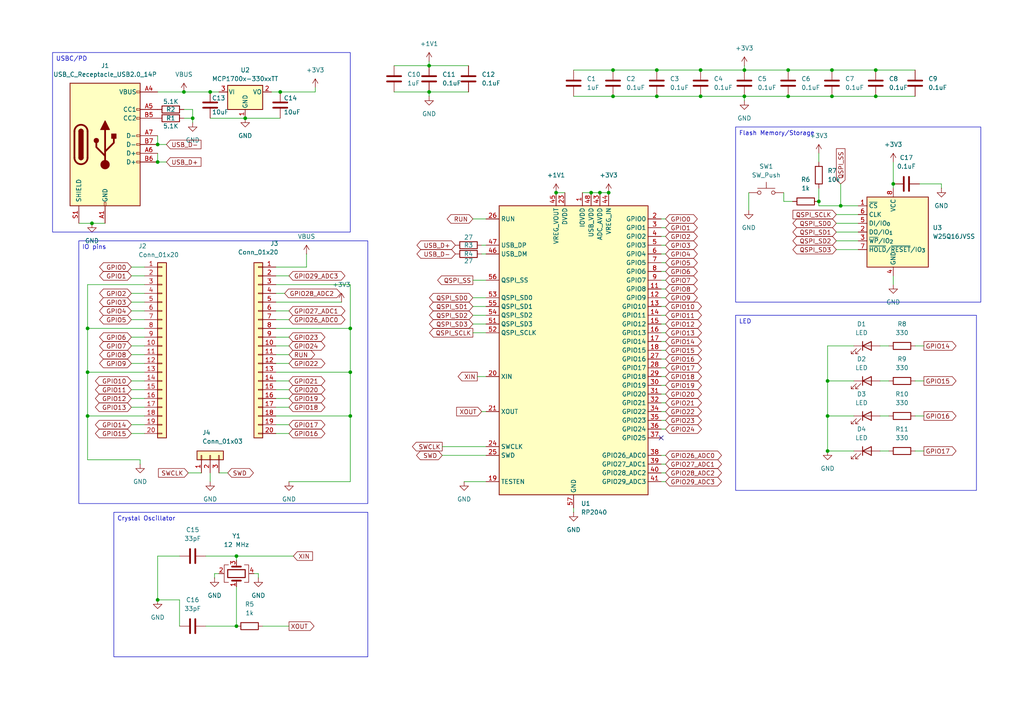
<source format=kicad_sch>
(kicad_sch (version 20250114) (generator "eeschema") (generator_version "9.0")
  (paper "A4")
  (text_box "IO pins\n" (at 22.86 69.85 0) (size 83.82 76.2) (margins 0.9525 0.9525 0.9525 0.9525) (effects (font (size 1.27 1.27)) (justify left top)))
  (text_box "Flash Memory/Storage" (at 213.36 36.83 0) (size 71.12 50.8) (margins 0.9525 0.9525 0.9525 0.9525) (effects (font (size 1.27 1.27)) (justify left top)))
  (text_box "Crystal Oscillator" (at 33.02 148.59 0) (size 73.66 41.91) (margins 0.9525 0.9525 0.9525 0.9525) (effects (font (size 1.27 1.27)) (justify left top)))
  (text_box "USBC/PD\n" (at 15.24 15.24 0) (size 86.36 52.07) (margins 0.9525 0.9525 0.9525 0.9525) (effects (font (size 1.27 1.27)) (justify left top)))
  (text_box "LED\n" (at 213.36 91.44 0) (size 69.85 50.8) (margins 0.9525 0.9525 0.9525 0.9525) (effects (font (size 1.27 1.27)) (justify left top)))
  (junction (at 124.46 26.67))
  (junction (at 45.72 41.91))
  (junction (at 101.6 107.95))
  (junction (at 26.67 64.77))
  (junction (at 25.4 120.65))
  (junction (at 259.08 53.34))
  (junction (at 215.9 20.32))
  (junction (at 254 20.32))
  (junction (at 228.6 27.94))
  (junction (at 101.6 95.25))
  (junction (at 68.58 161.29))
  (junction (at 45.72 173.99))
  (junction (at 190.5 27.94))
  (junction (at 228.6 20.32))
  (junction (at 240.03 120.65))
  (junction (at 190.5 20.32))
  (junction (at 240.03 110.49))
  (junction (at 215.9 27.94))
  (junction (at 101.6 120.65))
  (junction (at 177.8 27.94))
  (junction (at 53.34 26.67))
  (junction (at 173.99 55.88))
  (junction (at 45.72 46.99))
  (junction (at 55.88 34.29))
  (junction (at 240.03 130.81))
  (junction (at 203.2 20.32))
  (junction (at 241.3 20.32))
  (junction (at 241.3 27.94))
  (junction (at 81.28 26.67))
  (junction (at 254 27.94))
  (junction (at 25.4 95.25))
  (junction (at 124.46 19.05))
  (junction (at 68.58 181.61))
  (junction (at 171.45 55.88))
  (junction (at 60.96 26.67))
  (junction (at 237.49 58.42))
  (junction (at 71.12 34.29))
  (junction (at 25.4 107.95))
  (junction (at 243.84 59.69))
  (junction (at 177.8 20.32))
  (junction (at 203.2 27.94))
  (junction (at 161.29 55.88))
  (junction (at 176.53 55.88))
  (no_connect (at 191.77 127))
  (wire (pts (xy 255.27 110.49) (xy 257.81 110.49)))
  (wire (pts (xy 191.77 91.44) (xy 193.04 91.44)))
  (wire (pts (xy 38.1 80.01) (xy 41.91 80.01)))
  (wire (pts (xy 173.99 55.88) (xy 176.53 55.88)))
  (wire (pts (xy 38.1 123.19) (xy 41.91 123.19)))
  (wire (pts (xy 254 20.32) (xy 265.43 20.32)))
  (wire (pts (xy 73.66 166.37) (xy 74.93 166.37)))
  (wire (pts (xy 243.84 53.34) (xy 243.84 59.69)))
  (wire (pts (xy 81.28 26.67) (xy 91.44 26.67)))
  (wire (pts (xy 134.62 139.7) (xy 140.97 139.7)))
  (wire (pts (xy 22.86 64.77) (xy 26.67 64.77)))
  (wire (pts (xy 124.46 26.67) (xy 135.89 26.67)))
  (wire (pts (xy 137.16 91.44) (xy 140.97 91.44)))
  (wire (pts (xy 137.16 88.9) (xy 140.97 88.9)))
  (wire (pts (xy 45.72 44.45) (xy 45.72 46.99)))
  (wire (pts (xy 63.5 137.16) (xy 66.04 137.16)))
  (wire (pts (xy 78.74 26.67) (xy 81.28 26.67)))
  (wire (pts (xy 80.01 82.55) (xy 101.6 82.55)))
  (wire (pts (xy 40.64 133.35) (xy 40.64 134.62)))
  (wire (pts (xy 215.9 27.94) (xy 228.6 27.94)))
  (wire (pts (xy 63.5 166.37) (xy 62.23 166.37)))
  (wire (pts (xy 242.57 69.85) (xy 248.92 69.85)))
  (wire (pts (xy 254 27.94) (xy 265.43 27.94)))
  (wire (pts (xy 38.1 105.41) (xy 41.91 105.41)))
  (wire (pts (xy 191.77 104.14) (xy 193.04 104.14)))
  (wire (pts (xy 26.67 64.77) (xy 30.48 64.77)))
  (wire (pts (xy 45.72 39.37) (xy 45.72 41.91)))
  (wire (pts (xy 190.5 20.32) (xy 203.2 20.32)))
  (wire (pts (xy 137.16 93.98) (xy 140.97 93.98)))
  (wire (pts (xy 52.07 161.29) (xy 45.72 161.29)))
  (wire (pts (xy 166.37 20.32) (xy 177.8 20.32)))
  (wire (pts (xy 191.77 119.38) (xy 193.04 119.38)))
  (wire (pts (xy 101.6 107.95) (xy 101.6 120.65)))
  (wire (pts (xy 240.03 110.49) (xy 247.65 110.49)))
  (wire (pts (xy 240.03 100.33) (xy 240.03 110.49)))
  (wire (pts (xy 191.77 121.92) (xy 193.04 121.92)))
  (wire (pts (xy 139.7 119.38) (xy 140.97 119.38)))
  (wire (pts (xy 80.01 95.25) (xy 101.6 95.25)))
  (wire (pts (xy 191.77 137.16) (xy 193.04 137.16)))
  (wire (pts (xy 55.88 34.29) (xy 55.88 35.56)))
  (wire (pts (xy 60.96 26.67) (xy 63.5 26.67)))
  (wire (pts (xy 137.16 96.52) (xy 140.97 96.52)))
  (wire (pts (xy 139.7 73.66) (xy 140.97 73.66)))
  (wire (pts (xy 265.43 110.49) (xy 267.97 110.49)))
  (wire (pts (xy 228.6 27.94) (xy 241.3 27.94)))
  (wire (pts (xy 68.58 161.29) (xy 85.09 161.29)))
  (wire (pts (xy 25.4 82.55) (xy 25.4 95.25)))
  (wire (pts (xy 80.01 77.47) (xy 88.9 77.47)))
  (wire (pts (xy 80.01 110.49) (xy 83.82 110.49)))
  (wire (pts (xy 80.01 90.17) (xy 83.82 90.17)))
  (wire (pts (xy 80.01 115.57) (xy 83.82 115.57)))
  (wire (pts (xy 139.7 71.12) (xy 140.97 71.12)))
  (wire (pts (xy 138.43 109.22) (xy 140.97 109.22)))
  (wire (pts (xy 124.46 26.67) (xy 124.46 27.94)))
  (wire (pts (xy 171.45 55.88) (xy 173.99 55.88)))
  (wire (pts (xy 242.57 67.31) (xy 248.92 67.31)))
  (wire (pts (xy 45.72 46.99) (xy 48.26 46.99)))
  (wire (pts (xy 38.1 90.17) (xy 41.91 90.17)))
  (wire (pts (xy 191.77 63.5) (xy 193.04 63.5)))
  (wire (pts (xy 191.77 106.68) (xy 193.04 106.68)))
  (wire (pts (xy 191.77 68.58) (xy 193.04 68.58)))
  (wire (pts (xy 41.91 120.65) (xy 25.4 120.65)))
  (wire (pts (xy 203.2 27.94) (xy 215.9 27.94)))
  (wire (pts (xy 25.4 133.35) (xy 40.64 133.35)))
  (wire (pts (xy 60.96 34.29) (xy 71.12 34.29)))
  (wire (pts (xy 128.27 132.08) (xy 140.97 132.08)))
  (wire (pts (xy 60.96 137.16) (xy 60.96 139.7)))
  (wire (pts (xy 54.61 137.16) (xy 58.42 137.16)))
  (wire (pts (xy 53.34 31.75) (xy 55.88 31.75)))
  (wire (pts (xy 59.69 161.29) (xy 68.58 161.29)))
  (wire (pts (xy 243.84 59.69) (xy 248.92 59.69)))
  (wire (pts (xy 59.69 181.61) (xy 68.58 181.61)))
  (wire (pts (xy 240.03 120.65) (xy 247.65 120.65)))
  (wire (pts (xy 101.6 82.55) (xy 101.6 95.25)))
  (wire (pts (xy 101.6 139.7) (xy 83.82 139.7)))
  (wire (pts (xy 177.8 20.32) (xy 190.5 20.32)))
  (wire (pts (xy 191.77 73.66) (xy 193.04 73.66)))
  (wire (pts (xy 41.91 107.95) (xy 25.4 107.95)))
  (wire (pts (xy 259.08 82.55) (xy 259.08 80.01)))
  (wire (pts (xy 242.57 72.39) (xy 248.92 72.39)))
  (wire (pts (xy 265.43 120.65) (xy 267.97 120.65)))
  (wire (pts (xy 191.77 81.28) (xy 193.04 81.28)))
  (wire (pts (xy 52.07 173.99) (xy 45.72 173.99)))
  (wire (pts (xy 237.49 44.45) (xy 237.49 46.99)))
  (wire (pts (xy 203.2 20.32) (xy 215.9 20.32)))
  (wire (pts (xy 114.3 26.67) (xy 124.46 26.67)))
  (wire (pts (xy 38.1 97.79) (xy 41.91 97.79)))
  (wire (pts (xy 38.1 92.71) (xy 41.91 92.71)))
  (wire (pts (xy 53.34 34.29) (xy 55.88 34.29)))
  (wire (pts (xy 41.91 82.55) (xy 25.4 82.55)))
  (wire (pts (xy 101.6 120.65) (xy 101.6 139.7)))
  (wire (pts (xy 80.01 105.41) (xy 83.82 105.41)))
  (wire (pts (xy 137.16 81.28) (xy 140.97 81.28)))
  (wire (pts (xy 80.01 113.03) (xy 83.82 113.03)))
  (wire (pts (xy 190.5 27.94) (xy 203.2 27.94)))
  (wire (pts (xy 80.01 100.33) (xy 83.82 100.33)))
  (wire (pts (xy 80.01 120.65) (xy 101.6 120.65)))
  (wire (pts (xy 45.72 26.67) (xy 53.34 26.67)))
  (wire (pts (xy 38.1 85.09) (xy 41.91 85.09)))
  (wire (pts (xy 38.1 102.87) (xy 41.91 102.87)))
  (wire (pts (xy 259.08 53.34) (xy 259.08 54.61)))
  (wire (pts (xy 91.44 25.4) (xy 91.44 26.67)))
  (wire (pts (xy 177.8 27.94) (xy 190.5 27.94)))
  (wire (pts (xy 80.01 92.71) (xy 83.82 92.71)))
  (wire (pts (xy 68.58 162.56) (xy 68.58 161.29)))
  (wire (pts (xy 45.72 161.29) (xy 45.72 173.99)))
  (wire (pts (xy 25.4 95.25) (xy 25.4 107.95)))
  (wire (pts (xy 38.1 115.57) (xy 41.91 115.57)))
  (wire (pts (xy 80.01 107.95) (xy 101.6 107.95)))
  (wire (pts (xy 41.91 95.25) (xy 25.4 95.25)))
  (wire (pts (xy 55.88 31.75) (xy 55.88 34.29)))
  (wire (pts (xy 128.27 129.54) (xy 140.97 129.54)))
  (wire (pts (xy 255.27 100.33) (xy 257.81 100.33)))
  (wire (pts (xy 255.27 130.81) (xy 257.81 130.81)))
  (wire (pts (xy 191.77 116.84) (xy 193.04 116.84)))
  (wire (pts (xy 80.01 97.79) (xy 83.82 97.79)))
  (wire (pts (xy 242.57 64.77) (xy 248.92 64.77)))
  (wire (pts (xy 191.77 71.12) (xy 193.04 71.12)))
  (wire (pts (xy 191.77 99.06) (xy 193.04 99.06)))
  (wire (pts (xy 38.1 77.47) (xy 41.91 77.47)))
  (wire (pts (xy 80.01 102.87) (xy 83.82 102.87)))
  (wire (pts (xy 80.01 125.73) (xy 83.82 125.73)))
  (wire (pts (xy 137.16 86.36) (xy 140.97 86.36)))
  (wire (pts (xy 255.27 120.65) (xy 257.81 120.65)))
  (wire (pts (xy 101.6 95.25) (xy 101.6 107.95)))
  (wire (pts (xy 88.9 77.47) (xy 88.9 73.66)))
  (wire (pts (xy 191.77 83.82) (xy 193.04 83.82)))
  (wire (pts (xy 191.77 66.04) (xy 193.04 66.04)))
  (wire (pts (xy 74.93 166.37) (xy 74.93 167.64)))
  (wire (pts (xy 71.12 34.29) (xy 81.28 34.29)))
  (wire (pts (xy 124.46 19.05) (xy 135.89 19.05)))
  (wire (pts (xy 124.46 17.78) (xy 124.46 19.05)))
  (wire (pts (xy 80.01 123.19) (xy 83.82 123.19)))
  (wire (pts (xy 191.77 132.08) (xy 193.04 132.08)))
  (wire (pts (xy 240.03 130.81) (xy 247.65 130.81)))
  (wire (pts (xy 168.91 55.88) (xy 171.45 55.88)))
  (wire (pts (xy 191.77 78.74) (xy 193.04 78.74)))
  (wire (pts (xy 53.34 26.67) (xy 60.96 26.67)))
  (wire (pts (xy 80.01 87.63) (xy 99.06 87.63)))
  (wire (pts (xy 228.6 20.32) (xy 241.3 20.32)))
  (wire (pts (xy 242.57 62.23) (xy 248.92 62.23)))
  (wire (pts (xy 191.77 134.62) (xy 193.04 134.62)))
  (wire (pts (xy 259.08 46.99) (xy 259.08 53.34)))
  (wire (pts (xy 191.77 76.2) (xy 193.04 76.2)))
  (wire (pts (xy 161.29 55.88) (xy 163.83 55.88)))
  (wire (pts (xy 237.49 59.69) (xy 237.49 58.42)))
  (wire (pts (xy 243.84 59.69) (xy 237.49 59.69)))
  (wire (pts (xy 137.16 63.5) (xy 140.97 63.5)))
  (wire (pts (xy 191.77 88.9) (xy 193.04 88.9)))
  (wire (pts (xy 62.23 166.37) (xy 62.23 167.64)))
  (wire (pts (xy 265.43 100.33) (xy 267.97 100.33)))
  (wire (pts (xy 215.9 27.94) (xy 215.9 29.21)))
  (wire (pts (xy 191.77 96.52) (xy 193.04 96.52)))
  (wire (pts (xy 240.03 110.49) (xy 240.03 120.65)))
  (wire (pts (xy 80.01 85.09) (xy 82.55 85.09)))
  (wire (pts (xy 80.01 80.01) (xy 83.82 80.01)))
  (wire (pts (xy 191.77 124.46) (xy 193.04 124.46)))
  (wire (pts (xy 191.77 114.3) (xy 193.04 114.3)))
  (wire (pts (xy 166.37 27.94) (xy 177.8 27.94)))
  (wire (pts (xy 80.01 118.11) (xy 83.82 118.11)))
  (wire (pts (xy 38.1 87.63) (xy 41.91 87.63)))
  (wire (pts (xy 217.17 55.88) (xy 217.17 60.96)))
  (wire (pts (xy 191.77 111.76) (xy 193.04 111.76)))
  (wire (pts (xy 191.77 139.7) (xy 193.04 139.7)))
  (wire (pts (xy 38.1 113.03) (xy 41.91 113.03)))
  (wire (pts (xy 191.77 93.98) (xy 193.04 93.98)))
  (wire (pts (xy 227.33 58.42) (xy 227.33 55.88)))
  (wire (pts (xy 45.72 41.91) (xy 48.26 41.91)))
  (wire (pts (xy 247.65 100.33) (xy 240.03 100.33)))
  (wire (pts (xy 241.3 20.32) (xy 254 20.32)))
  (wire (pts (xy 38.1 125.73) (xy 41.91 125.73)))
  (wire (pts (xy 240.03 120.65) (xy 240.03 130.81)))
  (wire (pts (xy 273.05 54.61) (xy 273.05 53.34)))
  (wire (pts (xy 229.87 58.42) (xy 227.33 58.42)))
  (wire (pts (xy 25.4 107.95) (xy 25.4 120.65)))
  (wire (pts (xy 68.58 181.61) (xy 68.58 170.18)))
  (wire (pts (xy 265.43 130.81) (xy 267.97 130.81)))
  (wire (pts (xy 191.77 101.6) (xy 193.04 101.6)))
  (wire (pts (xy 166.37 147.32) (xy 166.37 148.59)))
  (wire (pts (xy 38.1 110.49) (xy 41.91 110.49)))
  (wire (pts (xy 52.07 181.61) (xy 52.07 173.99)))
  (wire (pts (xy 38.1 100.33) (xy 41.91 100.33)))
  (wire (pts (xy 215.9 20.32) (xy 228.6 20.32)))
  (wire (pts (xy 215.9 19.05) (xy 215.9 20.32)))
  (wire (pts (xy 38.1 118.11) (xy 41.91 118.11)))
  (wire (pts (xy 273.05 53.34) (xy 266.7 53.34)))
  (wire (pts (xy 191.77 86.36) (xy 193.04 86.36)))
  (wire (pts (xy 237.49 54.61) (xy 237.49 58.42)))
  (wire (pts (xy 241.3 27.94) (xy 254 27.94)))
  (wire (pts (xy 25.4 120.65) (xy 25.4 133.35)))
  (wire (pts (xy 191.77 109.22) (xy 193.04 109.22)))
  (wire (pts (xy 76.2 181.61) (xy 83.82 181.61)))
  (wire (pts (xy 114.3 19.05) (xy 124.46 19.05)))
  (global_label "GPIO11" (shape bidirectional) (at 38.1 113.03 180) (property "Intersheetrefs" "${INTERSHEET_REFS}" (effects (hide yes))))
  (global_label "SWCLK" (shape input) (at 54.61 137.16 180) (property "Intersheetrefs" "${INTERSHEET_REFS}" (effects (hide yes))))
  (global_label "QSPI_SD0" (shape bidirectional) (at 242.57 64.77 180) (property "Intersheetrefs" "${INTERSHEET_REFS}" (effects (hide yes))))
  (global_label "GPIO29_ADC3" (shape bidirectional) (at 83.82 80.01 0) (property "Intersheetrefs" "${INTERSHEET_REFS}" (effects (hide yes))))
  (global_label "GPIO22" (shape bidirectional) (at 83.82 105.41 0) (property "Intersheetrefs" "${INTERSHEET_REFS}" (effects (hide yes))))
  (global_label "GPIO1" (shape bidirectional) (at 193.04 66.04 0) (property "Intersheetrefs" "${INTERSHEET_REFS}" (effects (hide yes))))
  (global_label "GPIO0" (shape bidirectional) (at 38.1 77.47 180) (property "Intersheetrefs" "${INTERSHEET_REFS}" (effects (hide yes))))
  (global_label "GPIO7" (shape bidirectional) (at 38.1 100.33 180) (property "Intersheetrefs" "${INTERSHEET_REFS}" (effects (hide yes))))
  (global_label "QSPI_SCLK" (shape input) (at 242.57 62.23 180) (property "Intersheetrefs" "${INTERSHEET_REFS}" (effects (hide yes))))
  (global_label "QSPI_SD2" (shape bidirectional) (at 242.57 69.85 180) (property "Intersheetrefs" "${INTERSHEET_REFS}" (effects (hide yes))))
  (global_label "GPIO20" (shape bidirectional) (at 193.04 114.3 0) (property "Intersheetrefs" "${INTERSHEET_REFS}" (effects (hide yes))))
  (global_label "QSPI_SD0" (shape bidirectional) (at 137.16 86.36 180) (property "Intersheetrefs" "${INTERSHEET_REFS}" (effects (hide yes))))
  (global_label "GPIO14" (shape output) (at 267.97 100.33 0) (property "Intersheetrefs" "${INTERSHEET_REFS}" (effects (hide yes))))
  (global_label "GPIO13" (shape bidirectional) (at 38.1 118.11 180) (property "Intersheetrefs" "${INTERSHEET_REFS}" (effects (hide yes))))
  (global_label "GPIO15" (shape bidirectional) (at 38.1 125.73 180) (property "Intersheetrefs" "${INTERSHEET_REFS}" (effects (hide yes))))
  (global_label "GPIO28_ADC2" (shape bidirectional) (at 193.04 137.16 0) (property "Intersheetrefs" "${INTERSHEET_REFS}" (effects (hide yes))))
  (global_label "GPIO3" (shape bidirectional) (at 193.04 71.12 0) (property "Intersheetrefs" "${INTERSHEET_REFS}" (effects (hide yes))))
  (global_label "GPIO22" (shape bidirectional) (at 193.04 119.38 0) (property "Intersheetrefs" "${INTERSHEET_REFS}" (effects (hide yes))))
  (global_label "GPIO23" (shape bidirectional) (at 83.82 97.79 0) (property "Intersheetrefs" "${INTERSHEET_REFS}" (effects (hide yes))))
  (global_label "GPIO12" (shape bidirectional) (at 38.1 115.57 180) (property "Intersheetrefs" "${INTERSHEET_REFS}" (effects (hide yes))))
  (global_label "GPIO0" (shape bidirectional) (at 193.04 63.5 0) (property "Intersheetrefs" "${INTERSHEET_REFS}" (effects (hide yes))))
  (global_label "XIN" (shape output) (at 138.43 109.22 180) (property "Intersheetrefs" "${INTERSHEET_REFS}" (effects (hide yes))))
  (global_label "GPIO24" (shape bidirectional) (at 193.04 124.46 0) (property "Intersheetrefs" "${INTERSHEET_REFS}" (effects (hide yes))))
  (global_label "GPIO10" (shape bidirectional) (at 193.04 88.9 0) (property "Intersheetrefs" "${INTERSHEET_REFS}" (effects (hide yes))))
  (global_label "GPIO21" (shape bidirectional) (at 83.82 110.49 0) (property "Intersheetrefs" "${INTERSHEET_REFS}" (effects (hide yes))))
  (global_label "SWD" (shape bidirectional) (at 66.04 137.16 0) (property "Intersheetrefs" "${INTERSHEET_REFS}" (effects (hide yes))))
  (global_label "GPIO14" (shape bidirectional) (at 38.1 123.19 180) (property "Intersheetrefs" "${INTERSHEET_REFS}" (effects (hide yes))))
  (global_label "GPIO26_ADC0" (shape bidirectional) (at 83.82 92.71 0) (property "Intersheetrefs" "${INTERSHEET_REFS}" (effects (hide yes))))
  (global_label "GPIO16" (shape bidirectional) (at 193.04 104.14 0) (property "Intersheetrefs" "${INTERSHEET_REFS}" (effects (hide yes))))
  (global_label "GPIO6" (shape bidirectional) (at 38.1 97.79 180) (property "Intersheetrefs" "${INTERSHEET_REFS}" (effects (hide yes))))
  (global_label "GPIO3" (shape bidirectional) (at 38.1 87.63 180) (property "Intersheetrefs" "${INTERSHEET_REFS}" (effects (hide yes))))
  (global_label "GPIO9" (shape bidirectional) (at 38.1 105.41 180) (property "Intersheetrefs" "${INTERSHEET_REFS}" (effects (hide yes))))
  (global_label "GPIO2" (shape bidirectional) (at 38.1 85.09 180) (property "Intersheetrefs" "${INTERSHEET_REFS}" (effects (hide yes))))
  (global_label "GPIO15" (shape bidirectional) (at 193.04 101.6 0) (property "Intersheetrefs" "${INTERSHEET_REFS}" (effects (hide yes))))
  (global_label "GPIO1" (shape bidirectional) (at 38.1 80.01 180) (property "Intersheetrefs" "${INTERSHEET_REFS}" (effects (hide yes))))
  (global_label "GPIO15" (shape output) (at 267.97 110.49 0) (property "Intersheetrefs" "${INTERSHEET_REFS}" (effects (hide yes))))
  (global_label "QSPI_SCLK" (shape output) (at 137.16 96.52 180) (property "Intersheetrefs" "${INTERSHEET_REFS}" (effects (hide yes))))
  (global_label "GPIO12" (shape bidirectional) (at 193.04 93.98 0) (property "Intersheetrefs" "${INTERSHEET_REFS}" (effects (hide yes))))
  (global_label "GPIO9" (shape bidirectional) (at 193.04 86.36 0) (property "Intersheetrefs" "${INTERSHEET_REFS}" (effects (hide yes))))
  (global_label "GPIO6" (shape bidirectional) (at 193.04 78.74 0) (property "Intersheetrefs" "${INTERSHEET_REFS}" (effects (hide yes))))
  (global_label "GPIO24" (shape bidirectional) (at 83.82 100.33 0) (property "Intersheetrefs" "${INTERSHEET_REFS}" (effects (hide yes))))
  (global_label "XOUT" (shape input) (at 139.7 119.38 180) (property "Intersheetrefs" "${INTERSHEET_REFS}" (effects (hide yes))))
  (global_label "GPIO17" (shape bidirectional) (at 193.04 106.68 0) (property "Intersheetrefs" "${INTERSHEET_REFS}" (effects (hide yes))))
  (global_label "GPIO16" (shape output) (at 267.97 120.65 0) (property "Intersheetrefs" "${INTERSHEET_REFS}" (effects (hide yes))))
  (global_label "GPIO19" (shape bidirectional) (at 83.82 115.57 0) (property "Intersheetrefs" "${INTERSHEET_REFS}" (effects (hide yes))))
  (global_label "GPIO11" (shape bidirectional) (at 193.04 91.44 0) (property "Intersheetrefs" "${INTERSHEET_REFS}" (effects (hide yes))))
  (global_label "GPIO4" (shape bidirectional) (at 38.1 90.17 180) (property "Intersheetrefs" "${INTERSHEET_REFS}" (effects (hide yes))))
  (global_label "GPIO10" (shape bidirectional) (at 38.1 110.49 180) (property "Intersheetrefs" "${INTERSHEET_REFS}" (effects (hide yes))))
  (global_label "QSPI_SD3" (shape bidirectional) (at 137.16 93.98 180) (property "Intersheetrefs" "${INTERSHEET_REFS}" (effects (hide yes))))
  (global_label "GPIO18" (shape bidirectional) (at 193.04 109.22 0) (property "Intersheetrefs" "${INTERSHEET_REFS}" (effects (hide yes))))
  (global_label "GPIO5" (shape bidirectional) (at 38.1 92.71 180) (property "Intersheetrefs" "${INTERSHEET_REFS}" (effects (hide yes))))
  (global_label "GPIO19" (shape bidirectional) (at 193.04 111.76 0) (property "Intersheetrefs" "${INTERSHEET_REFS}" (effects (hide yes))))
  (global_label "GPIO13" (shape bidirectional) (at 193.04 96.52 0) (property "Intersheetrefs" "${INTERSHEET_REFS}" (effects (hide yes))))
  (global_label "GPIO23" (shape bidirectional) (at 193.04 121.92 0) (property "Intersheetrefs" "${INTERSHEET_REFS}" (effects (hide yes))))
  (global_label "RUN" (shape bidirectional) (at 83.82 102.87 0) (property "Intersheetrefs" "${INTERSHEET_REFS}" (effects (hide yes))))
  (global_label "GPIO27_ADC1" (shape bidirectional) (at 83.82 90.17 0) (property "Intersheetrefs" "${INTERSHEET_REFS}" (effects (hide yes))))
  (global_label "SWCLK" (shape output) (at 128.27 129.54 180) (property "Intersheetrefs" "${INTERSHEET_REFS}" (effects (hide yes))))
  (global_label "GPIO16" (shape bidirectional) (at 83.82 125.73 0) (property "Intersheetrefs" "${INTERSHEET_REFS}" (effects (hide yes))))
  (global_label "GPIO18" (shape bidirectional) (at 83.82 118.11 0) (property "Intersheetrefs" "${INTERSHEET_REFS}" (effects (hide yes))))
  (global_label "USB_D+" (shape input) (at 48.26 46.99 0) (property "Intersheetrefs" "${INTERSHEET_REFS}" (effects (hide yes))))
  (global_label "GPIO20" (shape bidirectional) (at 83.82 113.03 0) (property "Intersheetrefs" "${INTERSHEET_REFS}" (effects (hide yes))))
  (global_label "QSPI_SS" (shape input) (at 243.84 53.34 90) (property "Intersheetrefs" "${INTERSHEET_REFS}" (effects (hide yes))))
  (global_label "GPIO14" (shape bidirectional) (at 193.04 99.06 0) (property "Intersheetrefs" "${INTERSHEET_REFS}" (effects (hide yes))))
  (global_label "XOUT" (shape output) (at 83.82 181.61 0) (property "Intersheetrefs" "${INTERSHEET_REFS}" (effects (hide yes))))
  (global_label "GPIO28_ADC2" (shape bidirectional) (at 82.55 85.09 0) (property "Intersheetrefs" "${INTERSHEET_REFS}" (effects (hide yes))))
  (global_label "SWD" (shape bidirectional) (at 128.27 132.08 180) (property "Intersheetrefs" "${INTERSHEET_REFS}" (effects (hide yes))))
  (global_label "QSPI_SD1" (shape bidirectional) (at 137.16 88.9 180) (property "Intersheetrefs" "${INTERSHEET_REFS}" (effects (hide yes))))
  (global_label "GPIO21" (shape bidirectional) (at 193.04 116.84 0) (property "Intersheetrefs" "${INTERSHEET_REFS}" (effects (hide yes))))
  (global_label "GPIO4" (shape bidirectional) (at 193.04 73.66 0) (property "Intersheetrefs" "${INTERSHEET_REFS}" (effects (hide yes))))
  (global_label "GPIO8" (shape bidirectional) (at 193.04 83.82 0) (property "Intersheetrefs" "${INTERSHEET_REFS}" (effects (hide yes))))
  (global_label "GPIO17" (shape bidirectional) (at 83.82 123.19 0) (property "Intersheetrefs" "${INTERSHEET_REFS}" (effects (hide yes))))
  (global_label "USB_D-" (shape input) (at 48.26 41.91 0) (property "Intersheetrefs" "${INTERSHEET_REFS}" (effects (hide yes))))
  (global_label "USB_D-" (shape bidirectional) (at 132.08 73.66 180) (property "Intersheetrefs" "${INTERSHEET_REFS}" (effects (hide yes))))
  (global_label "XIN" (shape input) (at 85.09 161.29 0) (property "Intersheetrefs" "${INTERSHEET_REFS}" (effects (hide yes))))
  (global_label "GPIO26_ADC0" (shape bidirectional) (at 193.04 132.08 0) (property "Intersheetrefs" "${INTERSHEET_REFS}" (effects (hide yes))))
  (global_label "GPIO17" (shape output) (at 267.97 130.81 0) (property "Intersheetrefs" "${INTERSHEET_REFS}" (effects (hide yes))))
  (global_label "GPIO7" (shape bidirectional) (at 193.04 81.28 0) (property "Intersheetrefs" "${INTERSHEET_REFS}" (effects (hide yes))))
  (global_label "QSPI_SD1" (shape bidirectional) (at 242.57 67.31 180) (property "Intersheetrefs" "${INTERSHEET_REFS}" (effects (hide yes))))
  (global_label "GPIO5" (shape bidirectional) (at 193.04 76.2 0) (property "Intersheetrefs" "${INTERSHEET_REFS}" (effects (hide yes))))
  (global_label "RUN" (shape bidirectional) (at 137.16 63.5 180) (property "Intersheetrefs" "${INTERSHEET_REFS}" (effects (hide yes))))
  (global_label "QSPI_SS" (shape output) (at 137.16 81.28 180) (property "Intersheetrefs" "${INTERSHEET_REFS}" (effects (hide yes))))
  (global_label "QSPI_SD2" (shape bidirectional) (at 137.16 91.44 180) (property "Intersheetrefs" "${INTERSHEET_REFS}" (effects (hide yes))))
  (global_label "GPIO27_ADC1" (shape bidirectional) (at 193.04 134.62 0) (property "Intersheetrefs" "${INTERSHEET_REFS}" (effects (hide yes))))
  (global_label "QSPI_SD3" (shape bidirectional) (at 242.57 72.39 180) (property "Intersheetrefs" "${INTERSHEET_REFS}" (effects (hide yes))))
  (global_label "GPIO2" (shape bidirectional) (at 193.04 68.58 0) (property "Intersheetrefs" "${INTERSHEET_REFS}" (effects (hide yes))))
  (global_label "USB_D+" (shape bidirectional) (at 132.08 71.12 180) (property "Intersheetrefs" "${INTERSHEET_REFS}" (effects (hide yes))))
  (global_label "GPIO29_ADC3" (shape bidirectional) (at 193.04 139.7 0) (property "Intersheetrefs" "${INTERSHEET_REFS}" (effects (hide yes))))
  (global_label "GPIO8" (shape bidirectional) (at 38.1 102.87 180) (property "Intersheetrefs" "${INTERSHEET_REFS}" (effects (hide yes))))
  (symbol (lib_id "power:GND") (at 71.12 34.29 0) (unit 1)
    (property "Reference" "#PWR010" (effects (hide yes)))
    (property "Value" "GND" (at 71.12 39.37 0))
    (property "Description" "Power symbol creates a global label with name \"GND\" , ground" (effects (hide yes)))
  )
  (symbol (lib_id "Device:R") (at 237.49 50.8 0) (unit 1)
    (property "Reference" "R7" (at 240.03 49.5299 0) (effects (justify left)))
    (property "Value" "10k" (at 240.03 52.0699 0) (effects (justify left)))
    (property "Footprint" "Resistor_SMD:R_0402_1005Metric" (effects (hide yes)))
    (property "Description" "Resistor" (effects (hide yes)))
  )
  (symbol (lib_id "power:GND") (at 124.46 27.94 0) (unit 1)
    (property "Reference" "#PWR05" (effects (hide yes)))
    (property "Value" "GND" (at 124.46 33.02 0))
    (property "Description" "Power symbol creates a global label with name \"GND\" , ground" (effects (hide yes)))
  )
  (symbol (lib_id "Device:R") (at 49.53 34.29 90) (unit 1)
    (property "Reference" "R1" (at 49.53 34.29 90))
    (property "Value" "5.1K" (at 49.53 36.576 90))
    (property "Footprint" "Resistor_SMD:R_0402_1005Metric" (effects (hide yes)))
    (property "Description" "Resistor" (effects (hide yes)))
  )
  (symbol (lib_id "Device:R") (at 261.62 100.33 90) (unit 1)
    (property "Reference" "R8" (at 261.62 93.98 90))
    (property "Value" "330" (at 261.62 96.52 90))
    (property "Footprint" "Resistor_SMD:R_0603_1608Metric" (effects (hide yes)))
    (property "Description" "Resistor" (effects (hide yes)))
  )
  (symbol (lib_id "Device:R") (at 135.89 71.12 270) (unit 1)
    (property "Reference" "R3" (at 135.89 71.12 90))
    (property "Value" "27" (at 135.89 68.834 90))
    (property "Footprint" "Resistor_SMD:R_0402_1005Metric" (effects (hide yes)))
    (property "Description" "Resistor" (effects (hide yes)))
  )
  (symbol (lib_id "Device:C") (at 55.88 181.61 90) (unit 1)
    (property "Reference" "C16" (at 55.88 173.99 90))
    (property "Value" "33pF" (at 55.88 176.53 90))
    (property "Footprint" "Capacitor_SMD:C_0402_1005Metric" (effects (hide yes)))
    (property "Description" "Unpolarized capacitor" (effects (hide yes)))
  )
  (symbol (lib_id "Device:C") (at 124.46 22.86 0) (unit 1)
    (property "Reference" "C11" (at 128.27 21.5899 0) (effects (justify left)))
    (property "Value" "0.1uF" (at 128.27 24.1299 0) (effects (justify left)))
    (property "Footprint" "Capacitor_SMD:C_0402_1005Metric" (effects (hide yes)))
    (property "Description" "Unpolarized capacitor" (effects (hide yes)))
  )
  (symbol (lib_id "power:GND") (at 217.17 60.96 0) (unit 1)
    (property "Reference" "#PWR020" (effects (hide yes)))
    (property "Value" "GND" (at 217.17 66.04 0))
    (property "Description" "Power symbol creates a global label with name \"GND\" , ground" (effects (hide yes)))
  )
  (symbol (lib_id "Device:C") (at 265.43 24.13 0) (unit 1)
    (property "Reference" "C9" (at 269.24 22.8599 0) (effects (justify left)))
    (property "Value" "0.1uF" (at 269.24 25.3999 0) (effects (justify left)))
    (property "Footprint" "Capacitor_SMD:C_0402_1005Metric" (effects (hide yes)))
    (property "Description" "Unpolarized capacitor" (effects (hide yes)))
  )
  (symbol (lib_id "power:GND") (at 259.08 82.55 0) (unit 1)
    (property "Reference" "#PWR016" (effects (hide yes)))
    (property "Value" "GND" (at 259.08 87.63 0))
    (property "Description" "Power symbol creates a global label with name \"GND\" , ground" (effects (hide yes)))
  )
  (symbol (lib_id "power:+3V3") (at 99.06 87.63 0) (unit 1)
    (property "Reference" "#PWR025" (effects (hide yes)))
    (property "Value" "+3V3" (at 99.06 82.55 0))
    (property "Description" "Power symbol creates a global label with name \"+3V3\"" (effects (hide yes)))
  )
  (symbol (lib_id "power:VBUS") (at 88.9 73.66 0) (unit 1)
    (property "Reference" "#PWR026" (effects (hide yes)))
    (property "Value" "VBUS" (at 88.9 68.58 0))
    (property "Description" "Power symbol creates a global label with name \"VBUS\"" (effects (hide yes)))
  )
  (symbol (lib_id "Memory_Flash:W25Q16JVSS") (at 259.08 67.31 0) (unit 1)
    (property "Reference" "U3" (at 270.51 66.0399 0) (effects (justify left)))
    (property "Value" "W25Q16JVSS" (at 270.51 68.5799 0) (effects (justify left)))
    (property "Footprint" "Package_SON:Winbond_USON-8-1EP_3x2mm_P0.5mm_EP0.2x1.6mm" (effects (hide yes)))
    (property "Datasheet" "https://www.winbond.com/hq/support/documentation/levelOne.jsp?__locale=en&DocNo=DA00-W25Q16JV.1" (effects (hide yes)))
    (property "Description" "16Mbit / 2MiB Serial Flash Memory, Standard/Dual/Quad SPI, 2.7-3.6V, SOIC-8 (208 mil)" (effects (hide yes)))
  )
  (symbol (lib_id "power:GND") (at 240.03 130.81 0) (unit 1)
    (property "Reference" "#PWR027" (effects (hide yes)))
    (property "Value" "GND" (at 240.03 135.89 0))
    (property "Description" "Power symbol creates a global label with name \"GND\" , ground" (effects (hide yes)))
  )
  (symbol (lib_id "power:+3V3") (at 91.44 25.4 0) (unit 1)
    (property "Reference" "#PWR011" (effects (hide yes)))
    (property "Value" "+3V3" (at 91.44 20.32 0))
    (property "Description" "Power symbol creates a global label with name \"+3V3\"" (effects (hide yes)))
  )
  (symbol (lib_id "Device:R") (at 72.39 181.61 90) (unit 1)
    (property "Reference" "R5" (at 72.39 175.26 90))
    (property "Value" "1k" (at 72.39 177.8 90))
    (property "Footprint" "Resistor_SMD:R_0402_1005Metric" (effects (hide yes)))
    (property "Description" "Resistor" (effects (hide yes)))
  )
  (symbol (lib_id "Device:R") (at 261.62 110.49 90) (unit 1)
    (property "Reference" "R9" (at 261.62 104.14 90))
    (property "Value" "330" (at 261.62 106.68 90))
    (property "Footprint" "Resistor_SMD:R_0603_1608Metric" (effects (hide yes)))
    (property "Description" "Resistor" (effects (hide yes)))
  )
  (symbol (lib_id "power:+3V3") (at 237.49 44.45 0) (unit 1)
    (property "Reference" "#PWR019" (effects (hide yes)))
    (property "Value" "+3V3" (at 237.49 39.37 0))
    (property "Description" "Power symbol creates a global label with name \"+3V3\"" (effects (hide yes)))
  )
  (symbol (lib_id "Device:C") (at 166.37 24.13 0) (unit 1)
    (property "Reference" "C1" (at 170.18 22.8599 0) (effects (justify left)))
    (property "Value" "1uF" (at 170.18 25.3999 0) (effects (justify left)))
    (property "Footprint" "Capacitor_SMD:C_0402_1005Metric" (effects (hide yes)))
    (property "Description" "Unpolarized capacitor" (effects (hide yes)))
  )
  (symbol (lib_id "Device:C") (at 203.2 24.13 0) (unit 1)
    (property "Reference" "C4" (at 207.01 22.8599 0) (effects (justify left)))
    (property "Value" "0.1uF" (at 207.01 25.3999 0) (effects (justify left)))
    (property "Footprint" "Capacitor_SMD:C_0402_1005Metric" (effects (hide yes)))
    (property "Description" "Unpolarized capacitor" (effects (hide yes)))
  )
  (symbol (lib_id "Device:Crystal_GND24") (at 68.58 166.37 90) (unit 1)
    (property "Reference" "Y1" (at 68.58 155.448 90))
    (property "Value" "12 MHz" (at 68.58 157.988 90))
    (property "Footprint" "Crystal:Crystal_SMD_3225-4Pin_3.2x2.5mm" (effects (hide yes)))
    (property "Description" "Four pin crystal, GND on pins 2 and 4" (effects (hide yes)))
  )
  (symbol (lib_id "Switch:SW_Push") (at 222.25 55.88 0) (unit 1)
    (property "Reference" "SW1" (at 222.25 48.26 0))
    (property "Value" "SW_Push" (at 222.25 50.8 0))
    (property "Footprint" "Button_Switch_SMD:SW_Push_SPST_NO_Alps_SKRK" (effects (hide yes)))
    (property "Description" "Push button switch, generic, two pins" (effects (hide yes)))
  )
  (symbol (lib_id "power:GND") (at 45.72 173.99 0) (unit 1)
    (property "Reference" "#PWR013" (effects (hide yes)))
    (property "Value" "GND" (at 45.72 179.07 0))
    (property "Description" "Power symbol creates a global label with name \"GND\" , ground" (effects (hide yes)))
  )
  (symbol (lib_id "power:GND") (at 26.67 64.77 0) (unit 1)
    (property "Reference" "#PWR08" (effects (hide yes)))
    (property "Value" "GND" (at 26.67 69.85 0))
    (property "Description" "Power symbol creates a global label with name \"GND\" , ground" (effects (hide yes)))
  )
  (symbol (lib_id "power:GND") (at 74.93 167.64 0) (unit 1)
    (property "Reference" "#PWR015" (effects (hide yes)))
    (property "Value" "GND" (at 74.93 172.72 0))
    (property "Description" "Power symbol creates a global label with name \"GND\" , ground" (effects (hide yes)))
  )
  (symbol (lib_id "power:GND") (at 273.05 54.61 0) (unit 1)
    (property "Reference" "#PWR018" (effects (hide yes)))
    (property "Value" "GND" (at 273.05 59.69 0))
    (property "Description" "Power symbol creates a global label with name \"GND\" , ground" (effects (hide yes)))
  )
  (symbol (lib_id "power:+3V3") (at 215.9 19.05 0) (unit 1)
    (property "Reference" "#PWR03" (effects (hide yes)))
    (property "Value" "+3V3" (at 215.9 13.97 0))
    (property "Description" "Power symbol creates a global label with name \"+3V3\"" (effects (hide yes)))
  )
  (symbol (lib_id "Device:C") (at 114.3 22.86 0) (unit 1)
    (property "Reference" "C10" (at 118.11 21.5899 0) (effects (justify left)))
    (property "Value" "1uF" (at 118.11 24.1299 0) (effects (justify left)))
    (property "Footprint" "Capacitor_SMD:C_0402_1005Metric" (effects (hide yes)))
    (property "Description" "Unpolarized capacitor" (effects (hide yes)))
  )
  (symbol (lib_id "Device:R") (at 261.62 120.65 90) (unit 1)
    (property "Reference" "R10" (at 261.62 114.3 90))
    (property "Value" "330" (at 261.62 116.84 90))
    (property "Footprint" "Resistor_SMD:R_0603_1608Metric" (effects (hide yes)))
    (property "Description" "Resistor" (effects (hide yes)))
  )
  (symbol (lib_id "Device:C") (at 81.28 30.48 0) (unit 1)
    (property "Reference" "C14" (at 82.296 28.448 0) (effects (justify left)))
    (property "Value" "10uF" (at 82.296 32.512 0) (effects (justify left)))
    (property "Footprint" "Capacitor_SMD:C_0603_1608Metric" (effects (hide yes)))
    (property "Description" "Unpolarized capacitor" (effects (hide yes)))
  )
  (symbol (lib_id "power:GND") (at 55.88 35.56 0) (unit 1)
    (property "Reference" "#PWR09" (effects (hide yes)))
    (property "Value" "GND" (at 55.88 40.64 0))
    (property "Description" "Power symbol creates a global label with name \"GND\" , ground" (effects (hide yes)))
  )
  (symbol (lib_id "Device:C") (at 241.3 24.13 0) (unit 1)
    (property "Reference" "C7" (at 245.11 22.8599 0) (effects (justify left)))
    (property "Value" "0.1uF" (at 245.11 25.3999 0) (effects (justify left)))
    (property "Footprint" "Capacitor_SMD:C_0402_1005Metric" (effects (hide yes)))
    (property "Description" "Unpolarized capacitor" (effects (hide yes)))
  )
  (symbol (lib_id "Regulator_Linear:MCP1700x-330xxTT") (at 71.12 26.67 0) (unit 1)
    (property "Reference" "U2" (at 71.12 20.32 0))
    (property "Value" "MCP1700x-330xxTT" (at 71.12 22.86 0))
    (property "Footprint" "Package_TO_SOT_SMD:SOT-23" (effects (hide yes)))
    (property "Datasheet" "http://ww1.microchip.com/downloads/en/DeviceDoc/20001826D.pdf" (effects (hide yes)))
    (property "Description" "250mA Low Quiscent Current LDO, 3.3V output, SOT-23" (effects (hide yes)))
  )
  (symbol (lib_id "Device:LED") (at 251.46 110.49 0) (unit 1)
    (property "Reference" "D2" (at 249.8725 104.14 0))
    (property "Value" "LED" (at 249.8725 106.68 0))
    (property "Footprint" "LED_SMD:LED_0603_1608Metric" (effects (hide yes)))
    (property "Description" "Light emitting diode" (effects (hide yes)))
    (property "Sim.Pins" "1=K 2=A" (effects (hide yes)))
  )
  (symbol (lib_id "Device:C") (at 60.96 30.48 0) (unit 1)
    (property "Reference" "C13" (at 61.468 28.448 0) (effects (justify left)))
    (property "Value" "10uF" (at 61.468 32.512 0) (effects (justify left)))
    (property "Footprint" "Capacitor_SMD:C_0603_1608Metric" (effects (hide yes)))
    (property "Description" "Unpolarized capacitor" (effects (hide yes)))
  )
  (symbol (lib_id "Device:R") (at 49.53 31.75 90) (unit 1)
    (property "Reference" "R2" (at 49.53 31.75 90))
    (property "Value" "5.1K" (at 49.53 29.464 90))
    (property "Footprint" "Resistor_SMD:R_0402_1005Metric" (effects (hide yes)))
    (property "Description" "Resistor" (effects (hide yes)))
  )
  (symbol (lib_id "power:+1V1") (at 124.46 17.78 0) (unit 1)
    (property "Reference" "#PWR06" (effects (hide yes)))
    (property "Value" "+1V1" (at 124.46 12.7 0))
    (property "Description" "Power symbol creates a global label with name \"+1V1\"" (effects (hide yes)))
  )
  (symbol (lib_id "Device:LED") (at 251.46 130.81 0) (unit 1)
    (property "Reference" "D4" (at 249.8725 124.46 0))
    (property "Value" "LED" (at 249.8725 127 0))
    (property "Footprint" "LED_SMD:LED_0603_1608Metric" (effects (hide yes)))
    (property "Description" "Light emitting diode" (effects (hide yes)))
    (property "Sim.Pins" "1=K 2=A" (effects (hide yes)))
  )
  (symbol (lib_id "power:GND") (at 83.82 139.7 0) (unit 1)
    (property "Reference" "#PWR023" (effects (hide yes)))
    (property "Value" "GND" (at 83.82 144.78 0))
    (property "Description" "Power symbol creates a global label with name \"GND\" , ground" (effects (hide yes)))
  )
  (symbol (lib_id "Device:R") (at 233.68 58.42 270) (unit 1)
    (property "Reference" "R6" (at 233.68 52.07 90))
    (property "Value" "1k" (at 233.68 54.61 90))
    (property "Footprint" "Resistor_SMD:R_0402_1005Metric" (effects (hide yes)))
    (property "Description" "Resistor" (effects (hide yes)))
  )
  (symbol (lib_id "power:GND") (at 40.64 134.62 0) (unit 1)
    (property "Reference" "#PWR024" (effects (hide yes)))
    (property "Value" "GND" (at 40.64 139.7 0))
    (property "Description" "Power symbol creates a global label with name \"GND\" , ground" (effects (hide yes)))
  )
  (symbol (lib_id "power:GND") (at 62.23 167.64 0) (unit 1)
    (property "Reference" "#PWR014" (effects (hide yes)))
    (property "Value" "GND" (at 62.23 172.72 0))
    (property "Description" "Power symbol creates a global label with name \"GND\" , ground" (effects (hide yes)))
  )
  (symbol (lib_id "Device:C") (at 190.5 24.13 0) (unit 1)
    (property "Reference" "C3" (at 194.31 22.8599 0) (effects (justify left)))
    (property "Value" "0.1uF" (at 194.31 25.3999 0) (effects (justify left)))
    (property "Footprint" "Capacitor_SMD:C_0402_1005Metric" (effects (hide yes)))
    (property "Description" "Unpolarized capacitor" (effects (hide yes)))
  )
  (symbol (lib_id "Connector_Generic:Conn_01x20") (at 46.99 100.33 0) (unit 1)
    (property "Reference" "J2" (at 40.132 71.374 0) (effects (justify left)))
    (property "Value" "Conn_01x20" (at 40.132 73.914 0) (effects (justify left)))
    (property "Footprint" "Connector_PinHeader_2.54mm:PinHeader_1x20_P2.54mm_Vertical" (effects (hide yes)))
    (property "Description" "Generic connector, single row, 01x20, script generated (kicad-library-utils/schlib/autogen/connector/)" (effects (hide yes)))
  )
  (symbol (lib_id "power:+3V3") (at 176.53 55.88 0) (unit 1)
    (property "Reference" "#PWR02" (effects (hide yes)))
    (property "Value" "+3V3" (at 176.53 50.8 0))
    (property "Description" "Power symbol creates a global label with name \"+3V3\"" (effects (hide yes)))
  )
  (symbol (lib_id "power:+3V3") (at 259.08 46.99 0) (unit 1)
    (property "Reference" "#PWR017" (effects (hide yes)))
    (property "Value" "+3V3" (at 259.08 41.91 0))
    (property "Description" "Power symbol creates a global label with name \"+3V3\"" (effects (hide yes)))
  )
  (symbol (lib_id "Device:C") (at 135.89 22.86 0) (unit 1)
    (property "Reference" "C12" (at 139.7 21.5899 0) (effects (justify left)))
    (property "Value" "0.1uF" (at 139.7 24.1299 0) (effects (justify left)))
    (property "Footprint" "Capacitor_SMD:C_0402_1005Metric" (effects (hide yes)))
    (property "Description" "Unpolarized capacitor" (effects (hide yes)))
  )
  (symbol (lib_id "Connector_Generic:Conn_01x03") (at 60.96 132.08 90) (unit 1)
    (property "Reference" "J4" (at 58.674 125.476 90) (effects (justify right)))
    (property "Value" "Conn_01x03" (at 58.674 128.016 90) (effects (justify right)))
    (property "Footprint" "Connector_PinHeader_2.54mm:PinHeader_1x03_P2.54mm_Vertical" (effects (hide yes)))
    (property "Description" "Generic connector, single row, 01x03, script generated (kicad-library-utils/schlib/autogen/connector/)" (effects (hide yes)))
  )
  (symbol (lib_id "Device:R") (at 135.89 73.66 270) (unit 1)
    (property "Reference" "R4" (at 135.89 73.66 90))
    (property "Value" "27" (at 135.89 75.692 90))
    (property "Footprint" "Resistor_SMD:R_0402_1005Metric" (effects (hide yes)))
    (property "Description" "Resistor" (effects (hide yes)))
  )
  (symbol (lib_id "Device:C") (at 215.9 24.13 0) (unit 1)
    (property "Reference" "C5" (at 219.71 22.8599 0) (effects (justify left)))
    (property "Value" "0.1uF" (at 219.71 25.3999 0) (effects (justify left)))
    (property "Footprint" "Capacitor_SMD:C_0402_1005Metric" (effects (hide yes)))
    (property "Description" "Unpolarized capacitor" (effects (hide yes)))
  )
  (symbol (lib_id "power:GND") (at 215.9 29.21 0) (unit 1)
    (property "Reference" "#PWR04" (effects (hide yes)))
    (property "Value" "GND" (at 215.9 34.29 0))
    (property "Description" "Power symbol creates a global label with name \"GND\" , ground" (effects (hide yes)))
  )
  (symbol (lib_id "Device:C") (at 254 24.13 0) (unit 1)
    (property "Reference" "C8" (at 257.81 22.8599 0) (effects (justify left)))
    (property "Value" "0.1uF" (at 257.81 25.3999 0) (effects (justify left)))
    (property "Footprint" "Capacitor_SMD:C_0402_1005Metric" (effects (hide yes)))
    (property "Description" "Unpolarized capacitor" (effects (hide yes)))
  )
  (symbol (lib_id "MCU_RaspberryPi:RP2040") (at 166.37 101.6 0) (unit 1)
    (property "Reference" "U1" (at 168.5133 146.05 0) (effects (justify left)))
    (property "Value" "RP2040" (at 168.5133 148.59 0) (effects (justify left)))
    (property "Footprint" "Package_DFN_QFN:QFN-56-1EP_7x7mm_P0.4mm_EP3.2x3.2mm" (effects (hide yes)))
    (property "Datasheet" "https://datasheets.raspberrypi.com/rp2040/rp2040-datasheet.pdf" (effects (hide yes)))
    (property "Description" "A microcontroller by Raspberry Pi" (effects (hide yes)))
  )
  (symbol (lib_id "power:VBUS") (at 53.34 26.67 0) (unit 1)
    (property "Reference" "#PWR012" (effects (hide yes)))
    (property "Value" "VBUS" (at 53.34 21.59 0))
    (property "Description" "Power symbol creates a global label with name \"VBUS\"" (effects (hide yes)))
  )
  (symbol (lib_id "Device:C") (at 177.8 24.13 0) (unit 1)
    (property "Reference" "C2" (at 181.61 22.8599 0) (effects (justify left)))
    (property "Value" "0.1uF" (at 181.61 25.3999 0) (effects (justify left)))
    (property "Footprint" "Capacitor_SMD:C_0402_1005Metric" (effects (hide yes)))
    (property "Description" "Unpolarized capacitor" (effects (hide yes)))
  )
  (symbol (lib_id "power:GND") (at 134.62 139.7 0) (unit 1)
    (property "Reference" "#PWR021" (effects (hide yes)))
    (property "Value" "GND" (at 134.62 144.78 0))
    (property "Description" "Power symbol creates a global label with name \"GND\" , ground" (effects (hide yes)))
  )
  (symbol (lib_id "Device:R") (at 261.62 130.81 90) (unit 1)
    (property "Reference" "R11" (at 261.62 124.46 90))
    (property "Value" "330" (at 261.62 127 90))
    (property "Footprint" "Resistor_SMD:R_0603_1608Metric" (effects (hide yes)))
    (property "Description" "Resistor" (effects (hide yes)))
  )
  (symbol (lib_id "Device:C") (at 262.89 53.34 90) (unit 1)
    (property "Reference" "C17" (at 262.89 45.72 90))
    (property "Value" "0.1uF" (at 262.89 48.26 90))
    (property "Footprint" "Capacitor_SMD:C_0402_1005Metric" (effects (hide yes)))
    (property "Description" "Unpolarized capacitor" (effects (hide yes)))
  )
  (symbol (lib_id "Connector_Generic:Conn_01x20") (at 74.93 100.33 0) (mirror y) (unit 1)
    (property "Reference" "J3" (at 80.772 70.612 0) (effects (justify left)))
    (property "Value" "Conn_01x20" (at 80.772 73.152 0) (effects (justify left)))
    (property "Footprint" "Connector_PinHeader_2.54mm:PinHeader_1x20_P2.54mm_Vertical" (effects (hide yes)))
    (property "Description" "Generic connector, single row, 01x20, script generated (kicad-library-utils/schlib/autogen/connector/)" (effects (hide yes)))
  )
  (symbol (lib_id "Device:C") (at 55.88 161.29 90) (unit 1)
    (property "Reference" "C15" (at 55.88 153.67 90))
    (property "Value" "33pF" (at 55.88 156.21 90))
    (property "Footprint" "Capacitor_SMD:C_0402_1005Metric" (effects (hide yes)))
    (property "Description" "Unpolarized capacitor" (effects (hide yes)))
  )
  (symbol (lib_id "Device:LED") (at 251.46 120.65 0) (unit 1)
    (property "Reference" "D3" (at 249.8725 114.3 0))
    (property "Value" "LED" (at 249.8725 116.84 0))
    (property "Footprint" "LED_SMD:LED_0603_1608Metric" (effects (hide yes)))
    (property "Description" "Light emitting diode" (effects (hide yes)))
    (property "Sim.Pins" "1=K 2=A" (effects (hide yes)))
  )
  (symbol (lib_id "Device:LED") (at 251.46 100.33 0) (unit 1)
    (property "Reference" "D1" (at 249.8725 93.98 0))
    (property "Value" "LED" (at 249.8725 96.52 0))
    (property "Footprint" "LED_SMD:LED_0603_1608Metric" (effects (hide yes)))
    (property "Description" "Light emitting diode" (effects (hide yes)))
    (property "Sim.Pins" "1=K 2=A" (effects (hide yes)))
  )
  (symbol (lib_id "power:GND") (at 166.37 148.59 0) (unit 1)
    (property "Reference" "#PWR07" (effects (hide yes)))
    (property "Value" "GND" (at 166.37 153.67 0))
    (property "Description" "Power symbol creates a global label with name \"GND\" , ground" (effects (hide yes)))
  )
  (symbol (lib_id "Device:C") (at 228.6 24.13 0) (unit 1)
    (property "Reference" "C6" (at 232.41 22.8599 0) (effects (justify left)))
    (property "Value" "0.1uF" (at 232.41 25.3999 0) (effects (justify left)))
    (property "Footprint" "Capacitor_SMD:C_0402_1005Metric" (effects (hide yes)))
    (property "Description" "Unpolarized capacitor" (effects (hide yes)))
  )
  (symbol (lib_id "Connector:USB_C_Receptacle_USB2.0_14P") (at 30.48 41.91 0) (unit 1)
    (property "Reference" "J1" (at 30.48 19.05 0))
    (property "Value" "USB_C_Receptacle_USB2.0_14P" (at 30.48 21.59 0))
    (property "Footprint" "Connector_USB:USB_C_Receptacle_HRO_TYPE-C-31-M-12" (effects (hide yes)))
    (property "Datasheet" "https://www.usb.org/sites/default/files/documents/usb_type-c.zip" (effects (hide yes)))
    (property "Description" "USB 2.0-only 14P Type-C Receptacle connector" (effects (hide yes)))
  )
  (symbol (lib_id "power:GND") (at 60.96 139.7 0) (unit 1)
    (property "Reference" "#PWR022" (effects (hide yes)))
    (property "Value" "GND" (at 60.96 144.78 0))
    (property "Description" "Power symbol creates a global label with name \"GND\" , ground" (effects (hide yes)))
  )
  (symbol (lib_id "power:+1V1") (at 161.29 55.88 0) (unit 1)
    (property "Reference" "#PWR01" (effects (hide yes)))
    (property "Value" "+1V1" (at 161.29 50.8 0))
    (property "Description" "Power symbol creates a global label with name \"+1V1\"" (effects (hide yes)))
  )
)
</source>
